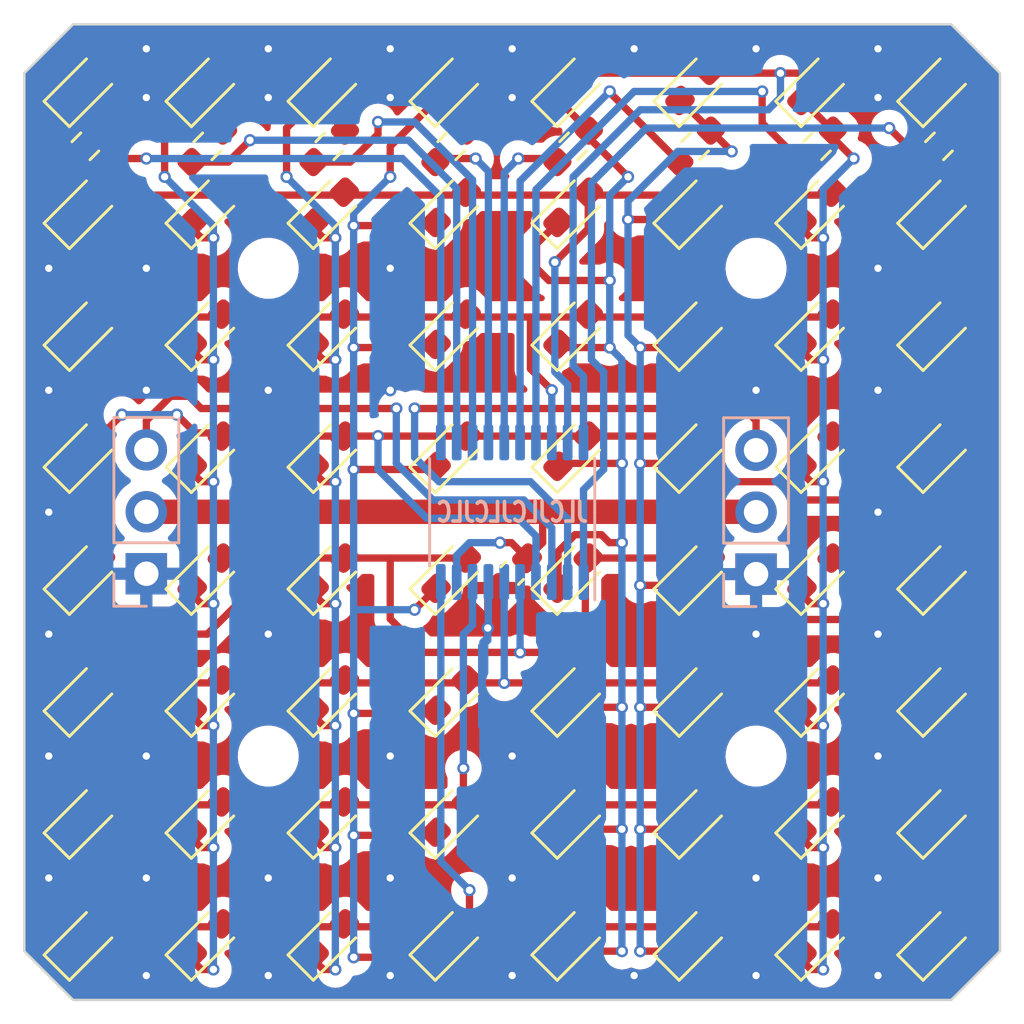
<source format=kicad_pcb>
(kicad_pcb (version 20221018) (generator pcbnew)
  (layers (0 "F.Cu" signal) (31 "B.Cu" signal) (34 "B.Paste" user) (35 "F.Paste" user) (36 "B.SilkS" user "B.Silkscreen") (37 "F.SilkS" user "F.Silkscreen") (38 "B.Mask" user) (39 "F.Mask" user) (44 "Edge.Cuts" user))
  (net 0 "")
  (net 1 "VCC")
  (net 2 "GND")
  (net 3 "/PA0")
  (net 4 "Net-(D1-K)")
  (net 5 "/PA1")
  (net 6 "/PB1")
  (net 7 "/PB0")
  (net 8 "/PA14")
  (net 9 "/PA2")
  (net 10 "/PA15")
  (net 11 "/PA13")
  (net 12 "Net-(D10-K)")
  (net 13 "Net-(D11-K)")
  (net 14 "Net-(D12-K)")
  (net 15 "Net-(D13-K)")
  (net 16 "Net-(D14-K)")
  (net 17 "Net-(D15-K)")
  (net 18 "Net-(D16-K)")
  (net 19 "/PA3")
  (net 20 "/PA4")
  (net 21 "/PA5")
  (net 22 "/PA6")
  (net 23 "/PA7")
  (net 24 "/PA8")
  (net 25 "/PA9")
  (net 26 "/PA10")
  (net 27 "/PA11")
  (net 28 "/PA12")
  (footprint "LED_SMD:LED_0603_1608Metric_Pad1.05x0.95mm_HandSolder" (layer "F.Cu") (at 32.5 22.5 45)
    (fp_text reference "D3" hide)
    (fp_text value "LED")
  )
  (footprint "LED_SMD:LED_0603_1608Metric_Pad1.05x0.95mm_HandSolder" (layer "F.Cu") (at 52.5 57.5 45)
    (fp_text reference "D63" hide)
    (fp_text value "LED")
  )
  (footprint "LED_SMD:LED_0603_1608Metric_Pad1.05x0.95mm_HandSolder" (layer "F.Cu") (at 47.5 27.5 45)
    (fp_text reference "D14" hide)
    (fp_text value "LED")
  )
  (footprint "LED_SMD:LED_0603_1608Metric_Pad1.05x0.95mm_HandSolder" (layer "F.Cu") (at 27.5 42.5 45)
    (fp_text reference "D34" hide)
    (fp_text value "LED")
  )
  (footprint "LED_SMD:LED_0603_1608Metric_Pad1.05x0.95mm_HandSolder" (layer "F.Cu") (at 57.5 32.5 45)
    (fp_text reference "D24" hide)
    (fp_text value "LED")
  )
  (footprint "LED_SMD:LED_0603_1608Metric_Pad1.05x0.95mm_HandSolder" (layer "F.Cu") (at 47.5 22.5 45)
    (fp_text reference "D6" hide)
    (fp_text value "LED")
  )
  (footprint "LED_SMD:LED_0603_1608Metric_Pad1.05x0.95mm_HandSolder" (layer "F.Cu") (at 22.5 32.5 45)
    (fp_text reference "D17" hide)
    (fp_text value "LED")
  )
  (footprint "LED_SMD:LED_0603_1608Metric_Pad1.05x0.95mm_HandSolder" (layer "F.Cu") (at 42.5 27.5 45)
    (fp_text reference "D13" hide)
    (fp_text value "LED")
  )
  (footprint "LED_SMD:LED_0603_1608Metric_Pad1.05x0.95mm_HandSolder" (layer "F.Cu") (at 22.5 22.5 45)
    (fp_text reference "D1" hide)
    (fp_text value "LED")
  )
  (footprint "LED_SMD:LED_0603_1608Metric_Pad1.05x0.95mm_HandSolder" (layer "F.Cu") (at 52.5 22.5 45)
    (fp_text reference "D7" hide)
    (fp_text value "LED")
  )
  (footprint "LED_SMD:LED_0603_1608Metric_Pad1.05x0.95mm_HandSolder" (layer "F.Cu") (at 37.5 47.5 45)
    (fp_text reference "D44" hide)
    (fp_text value "LED")
  )
  (footprint "Resistor_SMD:R_0603_1608Metric_Pad0.98x0.95mm_HandSolder" (layer "F.Cu") (at 37.5 25 45)
    (fp_text reference "R4" hide)
    (fp_text value "1K")
  )
  (footprint "LED_SMD:LED_0603_1608Metric_Pad1.05x0.95mm_HandSolder" (layer "F.Cu") (at 52.5 27.5 45)
    (fp_text reference "D15" hide)
    (fp_text value "LED")
  )
  (footprint "LED_SMD:LED_0603_1608Metric_Pad1.05x0.95mm_HandSolder" (layer "F.Cu") (at 32.5 57.5 45)
    (fp_text reference "D59" hide)
    (fp_text value "LED")
  )
  (footprint "LED_SMD:LED_0603_1608Metric_Pad1.05x0.95mm_HandSolder" (layer "F.Cu") (at 42.5 57.5 45)
    (fp_text reference "D61" hide)
    (fp_text value "LED")
  )
  (footprint "LED_SMD:LED_0603_1608Metric_Pad1.05x0.95mm_HandSolder" (layer "F.Cu") (at 37.5 52.5 45)
    (fp_text reference "D52" hide)
    (fp_text value "LED")
  )
  (footprint "LED_SMD:LED_0603_1608Metric_Pad1.05x0.95mm_HandSolder" (layer "F.Cu") (at 27.5 27.5 45)
    (fp_text reference "D10" hide)
    (fp_text value "LED")
  )
  (footprint "LED_SMD:LED_0603_1608Metric_Pad1.05x0.95mm_HandSolder" (layer "F.Cu") (at 32.5 52.5 45)
    (fp_text reference "D51" hide)
    (fp_text value "LED")
  )
  (footprint "LED_SMD:LED_0603_1608Metric_Pad1.05x0.95mm_HandSolder" (layer "F.Cu") (at 22.5 42.5 45)
    (fp_text reference "D33" hide)
    (fp_text value "LED")
  )
  (footprint "LED_SMD:LED_0603_1608Metric_Pad1.05x0.95mm_HandSolder" (layer "F.Cu") (at 47.5 42.5 45)
    (fp_text reference "D38" hide)
    (fp_text value "LED")
  )
  (footprint "MountingHole:MountingHole_2mm" (layer "F.Cu") (at 30 50)
    (fp_text reference "H3" hide)
    (fp_text value "M2")
  )
  (footprint "LED_SMD:LED_0603_1608Metric_Pad1.05x0.95mm_HandSolder" (layer "F.Cu") (at 37.5 27.5 45)
    (fp_text reference "D12" hide)
    (fp_text value "LED")
  )
  (footprint "LED_SMD:LED_0603_1608Metric_Pad1.05x0.95mm_HandSolder" (layer "F.Cu") (at 57.5 57.5 45)
    (fp_text reference "D64" hide)
    (fp_text value "LED")
  )
  (footprint "LED_SMD:LED_0603_1608Metric_Pad1.05x0.95mm_HandSolder" (layer "F.Cu") (at 42.5 42.5 45)
    (fp_text reference "D37" hide)
    (fp_text value "LED")
  )
  (footprint "LED_SMD:LED_0603_1608Metric_Pad1.05x0.95mm_HandSolder" (layer "F.Cu") (at 47.5 37.5 45)
    (fp_text reference "D30" hide)
    (fp_text value "LED")
  )
  (footprint "MountingHole:MountingHole_2mm" (layer "F.Cu") (at 30 30)
    (fp_text reference "H1" hide)
    (fp_text value "M2")
  )
  (footprint "Resistor_SMD:R_0603_1608Metric_Pad0.98x0.95mm_HandSolder" (layer "F.Cu") (at 57.5 25 45)
    (fp_text reference "R8" hide)
    (fp_text value "1K")
  )
  (footprint "LED_SMD:LED_0603_1608Metric_Pad1.05x0.95mm_HandSolder" (layer "F.Cu") (at 37.5 32.5 45)
    (fp_text reference "D20" hide)
    (fp_text value "LED")
  )
  (footprint "Resistor_SMD:R_0603_1608Metric_Pad0.98x0.95mm_HandSolder" (layer "F.Cu") (at 52.5 25 45)
    (fp_text reference "R7" hide)
    (fp_text value "1K")
  )
  (footprint "LED_SMD:LED_0603_1608Metric_Pad1.05x0.95mm_HandSolder" (layer "F.Cu") (at 32.5 27.5 45)
    (fp_text reference "D11" hide)
    (fp_text value "LED")
  )
  (footprint "LED_SMD:LED_0603_1608Metric_Pad1.05x0.95mm_HandSolder" (layer "F.Cu") (at 22.5 57.5 45)
    (fp_text reference "D57" hide)
    (fp_text value "LED")
  )
  (footprint "LED_SMD:LED_0603_1608Metric_Pad1.05x0.95mm_HandSolder" (layer "F.Cu") (at 47.5 47.5 45)
    (fp_text reference "D46" hide)
    (fp_text value "LED")
  )
  (footprint "LED_SMD:LED_0603_1608Metric_Pad1.05x0.95mm_HandSolder" (layer "F.Cu") (at 27.5 47.5 45)
    (fp_text reference "D42" hide)
    (fp_text value "LED")
  )
  (footprint "Resistor_SMD:R_0603_1608Metric_Pad0.98x0.95mm_HandSolder" (layer "F.Cu") (at 42.5 25 45)
    (fp_text reference "R5" hide)
    (fp_text value "1K")
  )
  (footprint "Resistor_SMD:R_0603_1608Metric_Pad0.98x0.95mm_HandSolder" (layer "F.Cu") (at 22.5 25 45)
    (fp_text reference "R1" hide)
    (fp_text value "1K")
  )
  (footprint "LED_SMD:LED_0603_1608Metric_Pad1.05x0.95mm_HandSolder" (layer "F.Cu") (at 42.5 47.5 45)
    (fp_text reference "D45" hide)
    (fp_text value "LED")
  )
  (footprint "LED_SMD:LED_0603_1608Metric_Pad1.05x0.95mm_HandSolder" (layer "F.Cu") (at 37.5 42.5 45)
    (fp_text reference "D36" hide)
    (fp_text value "LED")
  )
  (footprint "LED_SMD:LED_0603_1608Metric_Pad1.05x0.95mm_HandSolder" (layer "F.Cu") (at 47.5 52.5 45)
    (fp_text reference "D54" hide)
    (fp_text value "LED")
  )
  (footprint "Resistor_SMD:R_0603_1608Metric_Pad0.98x0.95mm_HandSolder" (layer "F.Cu") (at 27.5 25 45)
    (fp_text reference "R2" hide)
    (fp_text value "1K")
  )
  (footprint "LED_SMD:LED_0603_1608Metric_Pad1.05x0.95mm_HandSolder" (layer "F.Cu") (at 47.5 57.5 45)
    (fp_text reference "D62" hide)
    (fp_text value "LED")
  )
  (footprint "LED_SMD:LED_0603_1608Metric_Pad1.05x0.95mm_HandSolder" (layer "F.Cu") (at 42.5 32.5 45)
    (fp_text reference "D21" hide)
    (fp_text value "LED")
  )
  (footprint "LED_SMD:LED_0603_1608Metric_Pad1.05x0.95mm_HandSolder" (layer "F.Cu") (at 57.5 37.5 45)
    (fp_text reference "D32" hide)
    (fp_text value "LED")
  )
  (footprint "MountingHole:MountingHole_2mm" (layer "F.Cu") (at 50 30)
    (fp_text reference "H2" hide)
    (fp_text value "M2")
  )
  (footprint "LED_SMD:LED_0603_1608Metric_Pad1.05x0.95mm_HandSolder" (layer "F.Cu") (at 42.5 52.5 45)
    (fp_text reference "D53" hide)
    (fp_text value "LED")
  )
  (footprint "Capacitor_SMD:C_0603_1608Metric_Pad1.08x0.95mm_HandSolder" (layer "F.Cu") (at 40 42.5 -135)
    (fp_text reference "C1" hide)
    (fp_text value "100nF")
  )
  (footprint "LED_SMD:LED_0603_1608Metric_Pad1.05x0.95mm_HandSolder" (layer "F.Cu") (at 22.5 27.5 45)
    (fp_text reference "D9" hide)
    (fp_text value "LED")
  )
  (footprint "LED_SMD:LED_0603_1608Metric_Pad1.05x0.95mm_HandSolder" (layer "F.Cu") (at 57.5 42.5 45)
    (fp_text reference "D40" hide)
    (fp_text value "LED")
  )
  (footprint "LED_SMD:LED_0603_1608Metric_Pad1.05x0.95mm_HandSolder" (layer "F.Cu") (at 37.5 22.5 45)
    (fp_text reference "D4" hide)
    (fp_text value "LED")
  )
  (footprint "LED_SMD:LED_0603_1608Metric_Pad1.05x0.95mm_HandSolder" (layer "F.Cu") (at 32.5 37.5 45)
    (fp_text reference "D27" hide)
    (fp_text value "LED")
  )
  (footprint "LED_SMD:LED_0603_1608Metric_Pad1.05x0.95mm_HandSolder" (layer "F.Cu") (at 52.5 37.5 45)
    (fp_text reference "D31" hide)
    (fp_text value "LED")
  )
  (footprint "LED_SMD:LED_0603_1608Metric_Pad1.05x0.95mm_HandSolder" (layer "F.Cu") (at 22.5 52.5 45)
    (fp_text reference "D49" hide)
    (fp_text value "LED")
  )
  (footprint "LED_SMD:LED_0603_1608Metric_Pad1.05x0.95mm_HandSolder" (layer "F.Cu") (at 27.5 32.5 45)
    (fp_text reference "D18" hide)
    (fp_text value "LED")
  )
  (footprint "LED_SMD:LED_0603_1608Metric_Pad1.05x0.95mm_HandSolder" (layer "F.Cu") (at 57.5 47.5 45)
    (fp_text reference "D48" hide)
    (fp_text value "LED")
  )
  (footprint "LED_SMD:LED_0603_1608Metric_Pad1.05x0.95mm_HandSolder" (layer "F.Cu") (at 32.5 47.5 45)
    (fp_text reference "D43" hide)
    (fp_text value "LED")
  )
  (footprint "LED_SMD:LED_0603_1608Metric_Pad1.05x0.95mm_HandSolder" (layer "F.Cu") (at 52.5 47.5 45)
    (fp_text reference "D47" hide)
    (fp_text value "LED")
  )
  (footprint "LED_SMD:LED_0603_1608Metric_Pad1.05x0.95mm_HandSolder" (layer "F.Cu") (at 27.5 57.5 45)
    (fp_text reference "D58" hide)
    (fp_text value "LED")
  )
  (footprint "LED_SMD:LED_0603_1608Metric_Pad1.05x0.95mm_HandSolder" (layer "F.Cu") (at 22.5 47.5 45)
    (fp_text reference "D41" hide)
    (fp_text value "LED")
  )
  (footprint "LED_SMD:LED_0603_1608Metric_Pad1.05x0.95mm_HandSolder" (layer "F.Cu") (at 47.5 32.5 45)
    (fp_text reference "D22" hide)
    (fp_text value "LED")
  )
  (footprint "MountingHole:MountingHole_2mm" (layer "F.Cu") (at 50 50)
    (fp_text reference "H4" hide)
    (fp_text value "M2")
  )
  (footprint "LED_SMD:LED_0603_1608Metric_Pad1.05x0.95mm_HandSolder" (layer "F.Cu") (at 37.5 37.5 45)
    (fp_text reference "D28" hide)
    (fp_text value "LED")
  )
  (footprint "LED_SMD:LED_0603_1608Metric_Pad1.05x0.95mm_HandSolder" (layer "F.Cu") (at 27.5 37.5 45)
    (fp_text reference "D26" hide)
    (fp_text value "LED")
  )
  (footprint "LED_SMD:LED_0603_1608Metric_Pad1.05x0.95mm_HandSolder" (layer "F.Cu") (at 52.5 42.5 45)
    (fp_text reference "D39" hide)
    (fp_text value "LED")
  )
  (footprint "LED_SMD:LED_0603_1608Metric_Pad1.05x0.95mm_HandSolder" (layer "F.Cu") (at 42.5 37.5 45)
    (fp_text reference "D29" hide)
    (fp_text value "LED")
  )
  (footprint "LED_SMD:LED_0603_1608Metric_Pad1.05x0.95mm_HandSolder" (layer "F.Cu") (at 27.5 22.5 45)
    (fp_text reference "D2" hide)
    (fp_text value "LED")
  )
  (footprint "LED_SMD:LED_0603_1608Metric_Pad1.05x0.95mm_HandSolder" (layer "F.Cu") (at 42.5 22.5 45)
    (fp_text reference "D5" hide)
    (fp_text value "LED")
  )
  (footprint "LED_SMD:LED_0603_1608Metric_Pad1.05x0.95mm_HandSolder" (layer "F.Cu") (at 22.5 37.5 45)
    (fp_text reference "D25" hide)
    (fp_text value "LED")
  )
  (footprint "LED_SMD:LED_0603_1608Metric_Pad1.05x0.95mm_HandSolder" (layer "F.Cu") (at 32.5 42.5 45)
    (fp_text reference "D35" hide)
    (fp_text value "LED")
  )
  (footprint "LED_SMD:LED_0603_1608Metric_Pad1.05x0.95mm_HandSolder" (layer "F.Cu") (at 32.5 32.5 45)
    (fp_text reference "D19" hide)
    (fp_text value "LED")
  )
  (footprint "LED_SMD:LED_0603_1608Metric_Pad1.05x0.95mm_HandSolder" (layer "F.Cu") (at 57.5 27.5 45)
    (fp_text reference "D16" hide)
    (fp_text value "LED")
  )
  (footprint "LED_SMD:LED_0603_1608Metric_Pad1.05x0.95mm_HandSolder" (layer "F.Cu") (at 52.5 52.5 45)
    (fp_text reference "D55" hide)
    (fp_text value "LED")
  )
  (footprint "LED_SMD:LED_0603_1608Metric_Pad1.05x0.95mm_HandSolder" (layer "F.Cu") (at 57.5 22.5 45)
    (fp_text reference "D8" hide)
    (fp_text value "LED")
  )
  (footprint "LED_SMD:LED_0603_1608Metric_Pad1.05x0.95mm_HandSolder" (layer "F.Cu") (at 57.5 52.5 45)
    (fp_text reference "D56" hide)
    (fp_text value "LED")
  )
  (footprint "LED_SMD:LED_0603_1608Metric_Pad1.05x0.95mm_HandSolder" (layer "F.Cu") (at 27.5 52.5 45)
    (fp_text reference "D50" hide)
    (fp_text value "LED")
  )
  (footprint "Resistor_SMD:R_0603_1608Metric_Pad0.98x0.95mm_HandSolder" (layer "F.Cu") (at 32.5 25 45)
    (fp_text reference "R3" hide)
    (fp_text value "1K")
  )
  (footprint "Resistor_SMD:R_0603_1608Metric_Pad0.98x0.95mm_HandSolder" (layer "F.Cu") (at 47.5 25 45)
    (fp_text reference "R6" hide)
    (fp_text value "1K")
  )
  (footprint "LED_SMD:LED_0603_1608Metric_Pad1.05x0.95mm_HandSolder" (layer "F.Cu") (at 52.5 32.5 45)
    (fp_text reference "D23" hide)
    (fp_text value "LED")
  )
  (footprint "LED_SMD:LED_0603_1608Metric_Pad1.05x0.95mm_HandSolder" (layer "F.Cu") (at 37.5 57.5 45)
    (fp_text reference "D60" hide)
    (fp_text value "LED")
  )
  (footprint "Connector_PinHeader_2.54mm:PinHeader_1x03_P2.54mm_Vertical" (layer "B.Cu") (at 50 42.54)
    (fp_text reference "J2" hide)
    (fp_text value "Conn_01x03")
  )
  (footprint "Connector_PinHeader_2.54mm:PinHeader_1x03_P2.54mm_Vertical" (layer "B.Cu") (at 25 42.525)
    (fp_text reference "J1" hide)
    (fp_text value "Conn_01x03")
  )
  (footprint "Package_SO:TSSOP-20_4.4x6.5mm_P0.65mm" (layer "B.Cu") (at 40 40 90)
    (fp_text reference "U1" hide)
    (fp_text value "MM32G0001A1T")
  )
  (gr_line (start 22 60) (end 20 58) (stroke (width 0.1)) (layer "Edge.Cuts"))
  (gr_line (start 58 20) (end 60 22) (stroke (width 0.1)) (layer "Edge.Cuts"))
  (gr_line (start 60 22) (end 60 58) (stroke (width 0.1)) (layer "Edge.Cuts"))
  (gr_line (start 22 20) (end 58 20) (stroke (width 0.1)) (layer "Edge.Cuts"))
  (gr_line (start 60 58) (end 58 60) (stroke (width 0.1)) (layer "Edge.Cuts"))
  (gr_line (start 20 22) (end 22 20) (stroke (width 0.1)) (layer "Edge.Cuts"))
  (gr_line (start 20 58) (end 20 22) (stroke (width 0.1)) (layer "Edge.Cuts"))
  (gr_line (start 58 60) (end 22 60) (stroke (width 0.1)) (layer "Edge.Cuts"))
  (gr_text "JLCJLCJLCJLC" (at 40 40) (layer "B.SilkS") (effects (font (size 0.8 0.6)) (justify mirror)))
  (segment (start 49.985 39.985) (end 50 40) (width 1) (layer "F.Cu") (net 1))
  (segment (start 40.60988 41.89012) (end 39.96976 41.25) (width 0.3) (layer "F.Cu") (net 1))
  (segment (start 41.25 41.25) (end 40.60988 41.89012) (width 0.3) (layer "F.Cu") (net 1))
  (segment (start 39.96976 41.25) (end 39.5 41.25) (width 0.3) (layer "F.Cu") (net 1))
  (segment (start 41.25 39.985) (end 41.25 41.25) (width 0.3) (layer "F.Cu") (net 1))
  (segment (start 41.25 39.985) (end 25 39.985) (width 1) (layer "F.Cu") (net 1))
  (segment (start 41.25 39.985) (end 49.985 39.985) (width 1) (layer "F.Cu") (net 1))
  (via (at 39.5 41.25) (size 0.5) (drill 0.3) (layers "F.Cu" "B.Cu") (net 1))
  (segment (start 37.725 42.8625) (end 37.725 41.775) (width 0.3) (layer "B.Cu") (net 1))
  (segment (start 37.725 41.775) (end 38.25 41.25) (width 0.3) (layer "B.Cu") (net 1))
  (segment (start 38.25 41.25) (end 39.5 41.25) (width 0.3) (layer "B.Cu") (net 1))
  (segment (start 39 43.5) (end 39 44.75) (width 0.3) (layer "F.Cu") (net 2))
  (segment (start 39.39012 43.10988) (end 39 43.5) (width 0.3) (layer "F.Cu") (net 2))
  (via (at 30 35) (size 0.5) (drill 0.3) (layers "F.Cu" "B.Cu") (net 2))
  (via (at 55 21) (size 0.5) (drill 0.3) (layers "F.Cu" "B.Cu") (net 2))
  (via (at 55 55) (size 0.5) (drill 0.3) (layers "F.Cu" "B.Cu") (net 2))
  (via (at 55 35) (size 0.5) (drill 0.3) (layers "F.Cu" "B.Cu") (net 2))
  (via (at 25 21) (size 0.5) (drill 0.3) (layers "F.Cu" "B.Cu") (net 2))
  (via (at 21 40) (size 0.5) (drill 0.3) (layers "F.Cu" "B.Cu") (net 2))
  (via (at 35 59) (size 0.5) (drill 0.3) (layers "F.Cu" "B.Cu") (net 2))
  (via (at 55 59) (size 0.5) (drill 0.3) (layers "F.Cu" "B.Cu") (net 2))
  (via (at 35 23) (size 0.5) (drill 0.3) (layers "F.Cu" "B.Cu") (net 2))
  (via (at 25 30) (size 0.5) (drill 0.3) (layers "F.Cu" "B.Cu") (net 2))
  (via (at 45 59) (size 0.5) (drill 0.3) (layers "F.Cu" "B.Cu") (net 2))
  (via (at 25 35) (size 0.5) (drill 0.3) (layers "F.Cu" "B.Cu") (net 2))
  (via (at 40 59) (size 0.5) (drill 0.3) (layers "F.Cu" "B.Cu") (net 2))
  (via (at 21 45) (size 0.5) (drill 0.3) (layers "F.Cu" "B.Cu") (net 2))
  (via (at 55 23) (size 0.5) (drill 0.3) (layers "F.Cu" "B.Cu") (net 2))
  (via (at 30 21) (size 0.5) (drill 0.3) (layers "F.Cu" "B.Cu") (net 2))
  (via (at 35 21) (size 0.5) (drill 0.3) (layers "F.Cu" "B.Cu") (net 2))
  (via (at 30 23) (size 0.5) (drill 0.3) (layers "F.Cu" "B.Cu") (net 2))
  (via (at 21 55) (size 0.5) (drill 0.3) (layers "F.Cu" "B.Cu") (net 2))
  (via (at 40 55) (size 0.5) (drill 0.3) (layers "F.Cu" "B.Cu") (net 2))
  (via (at 35 30) (size 0.5) (drill 0.3) (layers "F.Cu" "B.Cu") (net 2))
  (via (at 35 35) (size 0.5) (drill 0.3) (layers "F.Cu" "B.Cu") (net 2))
  (via (at 30 45) (size 0.5) (drill 0.3) (layers "F.Cu" "B.Cu") (net 2))
  (via (at 21 30) (size 0.5) (drill 0.3) (layers "F.Cu" "B.Cu") (net 2))
  (via (at 25 23) (size 0.5) (drill 0.3) (layers "F.Cu" "B.Cu") (net 2))
  (via (at 50 45) (size 0.5) (drill 0.3) (layers "F.Cu" "B.Cu") (net 2))
  (via (at 55 30) (size 0.5) (drill 0.3) (layers "F.Cu" "B.Cu") (net 2))
  (via (at 25 55) (size 0.5) (drill 0.3) (layers "F.Cu" "B.Cu") (net 2))
  (via (at 39 44.75) (size 0.5) (drill 0.3) (layers "F.Cu" "B.Cu") (net 2))
  (via (at 40 50) (size 0.5) (drill 0.3) (layers "F.Cu" "B.Cu") (net 2))
  (via (at 25 50) (size 0.5) (drill 0.3) (layers "F.Cu" "B.Cu") (net 2))
  (via (at 55 50) (size 0.5) (drill 0.3) (layers "F.Cu" "B.Cu") (net 2))
  (via (at 55 40) (size 0.5) (drill 0.3) (layers "F.Cu" "B.Cu") (net 2))
  (via (at 45 21) (size 0.5) (drill 0.3) (layers "F.Cu" "B.Cu") (net 2))
  (via (at 55 45) (size 0.5) (drill 0.3) (layers "F.Cu" "B.Cu") (net 2))
  (via (at 50 55) (size 0.5) (drill 0.3) (layers "F.Cu" "B.Cu") (net 2))
  (via (at 50 59) (size 0.5) (drill 0.3) (layers "F.Cu" "B.Cu") (net 2))
  (via (at 35 55) (size 0.5) (drill 0.3) (layers "F.Cu" "B.Cu") (net 2))
  (via (at 25 59) (size 0.5) (drill 0.3) (layers "F.Cu" "B.Cu") (net 2))
  (via (at 30 55) (size 0.5) (drill 0.3) (layers "F.Cu" "B.Cu") (net 2))
  (via (at 50 21) (size 0.5) (drill 0.3) (layers "F.Cu" "B.Cu") (net 2))
  (via (at 40 21) (size 0.5) (drill 0.3) (layers "F.Cu" "B.Cu") (net 2))
  (via (at 40 23) (size 0.5) (drill 0.3) (layers "F.Cu" "B.Cu") (net 2))
  (via (at 21 50) (size 0.5) (drill 0.3) (layers "F.Cu" "B.Cu") (net 2))
  (via (at 50 35) (size 0.5) (drill 0.3) (layers "F.Cu" "B.Cu") (net 2))
  (via (at 21 35) (size 0.5) (drill 0.3) (layers "F.Cu" "B.Cu") (net 2))
  (via (at 30 59) (size 0.5) (drill 0.3) (layers "F.Cu" "B.Cu") (net 2))
  (via (at 35 50) (size 0.5) (drill 0.3) (layers "F.Cu" "B.Cu") (net 2))
  (segment (start 39.025 44.725) (end 39 44.75) (width 0.3) (layer "B.Cu") (net 2))
  (segment (start 39 45.25) (end 38.75 45.5) (width 0.3) (layer "B.Cu") (net 2))
  (segment (start 38.75 48.75) (end 40 50) (width 0.3) (layer "B.Cu") (net 2))
  (segment (start 39 44.75) (end 39 45.25) (width 0.3) (layer "B.Cu") (net 2))
  (segment (start 39.025 42.8625) (end 39.025 44.725) (width 0.3) (layer "B.Cu") (net 2))
  (segment (start 38.75 45.5) (end 38.75 48.75) (width 0.3) (layer "B.Cu") (net 2))
  (segment (start 38.25 56.75) (end 38.118718 56.881282) (width 0.3) (layer "F.Cu") (net 3))
  (segment (start 38.25 55.5) (end 38.25 56.75) (width 0.3) (layer "F.Cu") (net 3))
  (segment (start 23.237436 57) (end 23.118718 56.881282) (width 0.3) (layer "F.Cu") (net 3))
  (segment (start 58 57) (end 23.237436 57) (width 0.3) (layer "F.Cu") (net 3))
  (segment (start 58.118718 56.881282) (end 58 57) (width 0.3) (layer "F.Cu") (net 3))
  (via (at 38.25 55.5) (size 0.5) (drill 0.3) (layers "F.Cu" "B.Cu") (net 3))
  (segment (start 38.25 55.5) (end 37.075 54.325) (width 0.3) (layer "B.Cu") (net 3))
  (segment (start 37.075 54.325) (end 37.075 42.8625) (width 0.3) (layer "B.Cu") (net 3))
  (segment (start 20.75 24.25) (end 21.881282 23.118718) (width 0.3) (layer "F.Cu") (net 4))
  (segment (start 20.75 26.987436) (end 20.75 24.25) (width 0.3) (layer "F.Cu") (net 4))
  (segment (start 21.881282 28.118718) (end 20.75 26.987436) (width 0.3) (layer "F.Cu") (net 4))
  (segment (start 21.881282 58.118718) (end 21.881282 28.118718) (width 0.3) (layer "F.Cu") (net 4))
  (segment (start 21.909188 23.118718) (end 23.145235 24.354765) (width 0.3) (layer "F.Cu") (net 4))
  (segment (start 38 51.762564) (end 38.118718 51.881282) (width 0.3) (layer "F.Cu") (net 5))
  (segment (start 58.118718 51.881282) (end 58 52) (width 0.3) (layer "F.Cu") (net 5))
  (segment (start 58 52) (end 23.237436 52) (width 0.3) (layer "F.Cu") (net 5))
  (segment (start 23.237436 52) (end 23.118718 51.881282) (width 0.3) (layer "F.Cu") (net 5))
  (segment (start 38 50.5) (end 38 51.762564) (width 0.3) (layer "F.Cu") (net 5))
  (via (at 38 50.5) (size 0.5) (drill 0.3) (layers "F.Cu" "B.Cu") (net 5))
  (segment (start 38.375 44.625) (end 38.375 42.8625) (width 0.3) (layer "B.Cu") (net 5))
  (segment (start 38 45) (end 38.375 44.625) (width 0.3) (layer "B.Cu") (net 5))
  (segment (start 38 50.5) (end 38 45) (width 0.3) (layer "B.Cu") (net 5))
  (segment (start 58 47) (end 58.118718 46.881282) (width 0.3) (layer "F.Cu") (net 6))
  (segment (start 23.118718 46.881282) (end 23.237436 47) (width 0.3) (layer "F.Cu") (net 6))
  (segment (start 23.237436 47) (end 58 47) (width 0.3) (layer "F.Cu") (net 6))
  (via (at 39.675 47) (size 0.5) (drill 0.3) (layers "F.Cu" "B.Cu") (net 6))
  (segment (start 39.675 47) (end 39.675 42.8625) (width 0.3) (layer "B.Cu") (net 6))
  (segment (start 48.118718 41.881282) (end 43.118718 41.881282) (width 0.3) (layer "F.Cu") (net 7))
  (segment (start 35 44.375) (end 36.375 45.75) (width 0.3) (layer "F.Cu") (net 7))
  (segment (start 28.118718 41.881282) (end 29.5 41.881282) (width 0.3) (layer "F.Cu") (net 7))
  (segment (start 23.118718 41.881282) (end 23.118718 43.368718) (width 0.3) (layer "F.Cu") (net 7))
  (segment (start 29 43.5) (end 29 41.881282) (width 0.3) (layer "F.Cu") (net 7))
  (segment (start 57.35 44.4) (end 54.5 44.4) (width 0.3) (layer "F.Cu") (net 7))
  (segment (start 43 44.5) (end 43 42) (width 0.3) (layer "F.Cu") (net 7))
  (segment (start 36.375 45.75) (end 41.75 45.75) (width 0.3) (layer "F.Cu") (net 7))
  (segment (start 53.118718 41.881282) (end 54.5 43.262564) (width 0.3) (layer "F.Cu") (net 7))
  (segment (start 58.118718 41.881282) (end 58.118718 43.631282) (width 0.3) (layer "F.Cu") (net 7))
  (segment (start 49.15 44.4) (end 48.118718 43.368718) (width 0.3) (layer "F.Cu") (net 7))
  (segment (start 29.5 41.881282) (end 35 41.881282) (width 0.3) (layer "F.Cu") (net 7))
  (segment (start 24.75 45) (end 27.5 45) (width 0.3) (layer "F.Cu") (net 7))
  (segment (start 27.5 45) (end 29 43.5) (width 0.3) (layer "F.Cu") (net 7))
  (segment (start 54.5 43.262564) (end 54.5 44.4) (width 0.3) (layer "F.Cu") (net 7))
  (segment (start 35 41.881282) (end 35 44.375) (width 0.3) (layer "F.Cu") (net 7))
  (segment (start 35 41.881282) (end 38.118718 41.881282) (width 0.3) (layer "F.Cu") (net 7))
  (segment (start 43 42) (end 43.118718 41.881282) (width 0.3) (layer "F.Cu") (net 7))
  (segment (start 41.75 45.75) (end 43 44.5) (width 0.3) (layer "F.Cu") (net 7))
  (segment (start 23.118718 43.368718) (end 24.75 45) (width 0.3) (layer "F.Cu") (net 7))
  (segment (start 58.118718 43.631282) (end 57.35 44.4) (width 0.3) (layer "F.Cu") (net 7))
  (segment (start 48.118718 43.368718) (end 48.118718 41.881282) (width 0.3) (layer "F.Cu") (net 7))
  (segment (start 54.5 44.4) (end 49.15 44.4) (width 0.3) (layer "F.Cu") (net 7))
  (via (at 40.325 45.75) (size 0.5) (drill 0.3) (layers "F.Cu" "B.Cu") (net 7))
  (segment (start 40.325 45.75) (end 40.325 42.8625) (width 0.3) (layer "B.Cu") (net 7))
  (segment (start 58.118718 36.881282) (end 55 36.881282) (width 0.3) (layer "F.Cu") (net 8))
  (segment (start 51 38.75) (end 49 38.75) (width 0.3) (layer "F.Cu") (net 8))
  (segment (start 48.118718 36.881282) (end 28.118718 36.881282) (width 0.3) (layer "F.Cu") (net 8))
  (segment (start 51.75 39.5) (end 51 38.75) (width 0.3) (layer "F.Cu") (net 8))
  (segment (start 26.25 36) (end 27 36.75) (width 0.3) (layer "F.Cu") (net 8))
  (segment (start 55 36.881282) (end 55 38) (width 0.3) (layer "F.Cu") (net 8))
  (segment (start 48.118718 37.868718) (end 48.118718 36.881282) (width 0.3) (layer "F.Cu") (net 8))
  (segment (start 55 38) (end 53.5 39.5) (width 0.3) (layer "F.Cu") (net 8))
  (segment (start 24 36) (end 23.118718 36.881282) (width 0.3) (layer "F.Cu") (net 8))
  (segment (start 27 36.75) (end 27.987436 36.75) (width 0.3) (layer "F.Cu") (net 8))
  (segment (start 53.5 39.5) (end 51.75 39.5) (width 0.3) (layer "F.Cu") (net 8))
  (segment (start 55 36.881282) (end 53.118718 36.881282) (width 0.3) (layer "F.Cu") (net 8))
  (segment (start 49 38.75) (end 48.118718 37.868718) (width 0.3) (layer "F.Cu") (net 8))
  (via (at 26.25 36) (size 0.5) (drill 0.3) (layers "F.Cu" "B.Cu") (net 8))
  (via (at 34.5 36.881282) (size 0.5) (drill 0.3) (layers "F.Cu" "B.Cu") (net 8))
  (via (at 24 36) (size 0.5) (drill 0.3) (layers "F.Cu" "B.Cu") (net 8))
  (segment (start 40.25 40.25) (end 40.975 40.975) (width 0.3) (layer "B.Cu") (net 8))
  (segment (start 36.5 40.25) (end 40.25 40.25) (width 0.3) (layer "B.Cu") (net 8))
  (segment (start 34.5 36.881282) (end 34.5 38.25) (width 0.3) (layer "B.Cu") (net 8))
  (segment (start 40.975 40.975) (end 40.975 42.8625) (width 0.3) (layer "B.Cu") (net 8))
  (segment (start 26.25 36) (end 24 36) (width 0.3) (layer "B.Cu") (net 8))
  (segment (start 34.5 38.25) (end 36.5 40.25) (width 0.3) (layer "B.Cu") (net 8))
  (segment (start 23.237436 22) (end 23.118718 21.881282) (width 0.3) (layer "F.Cu") (net 9))
  (segment (start 58 22) (end 58.118718 21.881282) (width 0.3) (layer "F.Cu") (net 9))
  (segment (start 51 22) (end 58 22) (width 0.3) (layer "F.Cu") (net 9))
  (segment (start 51 22) (end 23.237436 22) (width 0.3) (layer "F.Cu") (net 9))
  (via (at 51 22) (size 0.5) (drill 0.3) (layers "F.Cu" "B.Cu") (net 9))
  (segment (start 42.5 34) (end 42.5 26.25) (width 0.3) (layer "B.Cu") (net 9))
  (segment (start 51 23) (end 51 22) (width 0.3) (layer "B.Cu") (net 9))
  (segment (start 42.925 34.425) (end 42.5 34) (width 0.3) (layer "B.Cu") (net 9))
  (segment (start 42.5 26.25) (end 45.25 23.5) (width 0.3) (layer "B.Cu") (net 9))
  (segment (start 45.25 23.5) (end 50.5 23.5) (width 0.3) (layer "B.Cu") (net 9))
  (segment (start 42.925 37.1375) (end 42.925 34.425) (width 0.3) (layer "B.Cu") (net 9))
  (segment (start 50.5 23.5) (end 51 23) (width 0.3) (layer "B.Cu") (net 9))
  (segment (start 23.237436 27) (end 58 27) (width 0.3) (layer "F.Cu") (net 10))
  (segment (start 43.118718 28.381282) (end 41.75 29.75) (width 0.3) (layer "F.Cu") (net 10))
  (segment (start 58 27) (end 58.118718 26.881282) (width 0.3) (layer "F.Cu") (net 10))
  (segment (start 43.118718 26.881282) (end 43.118718 28.381282) (width 0.3) (layer "F.Cu") (net 10))
  (segment (start 23.118718 26.881282) (end 23.237436 27) (width 0.3) (layer "F.Cu") (net 10))
  (via (at 41.75 29.75) (size 0.5) (drill 0.3) (layers "F.Cu" "B.Cu") (net 10))
  (segment (start 42.275 37.1375) (end 42.275 34.775) (width 0.3) (layer "B.Cu") (net 10))
  (segment (start 42.275 34.775) (end 41.75 34.25) (width 0.3) (layer "B.Cu") (net 10))
  (segment (start 41.75 34.25) (end 41.75 29.75) (width 0.3) (layer "B.Cu") (net 10))
  (segment (start 42.925 32.075) (end 43.118718 31.881282) (width 0.3) (layer "F.Cu") (net 11))
  (segment (start 41.625 35) (end 40.75 34.125) (width 0.3) (layer "F.Cu") (net 11))
  (segment (start 40.75 34.125) (end 40.75 32) (width 0.3) (layer "F.Cu") (net 11))
  (segment (start 23.237436 32) (end 23.118718 31.881282) (width 0.3) (layer "F.Cu") (net 11))
  (segment (start 40.75 32) (end 23.237436 32) (width 0.3) (layer "F.Cu") (net 11))
  (segment (start 58.118718 31.881282) (end 58 32) (width 0.3) (layer "F.Cu") (net 11))
  (segment (start 58 32) (end 40.75 32) (width 0.3) (layer "F.Cu") (net 11))
  (via (at 41.625 35) (size 0.5) (drill 0.3) (layers "F.Cu" "B.Cu") (net 11))
  (segment (start 41.625 35) (end 41.625 37.1375) (width 0.3) (layer "B.Cu") (net 11))
  (segment (start 27.25 33.75) (end 26.881282 33.381282) (width 0.3) (layer "F.Cu") (net 12))
  (segment (start 26.881282 23.118718) (end 26.909188 23.118718) (width 0.3) (layer "F.Cu") (net 12))
  (segment (start 27.75 43.75) (end 27.25 43.75) (width 0.3) (layer "F.Cu") (net 12))
  (segment (start 27.75 28.75) (end 27.25 28.75) (width 0.3) (layer "F.Cu") (net 12))
  (segment (start 27.25 38.75) (end 26.881282 38.381282) (width 0.3) (layer "F.Cu") (net 12))
  (segment (start 27.256282 58.75) (end 26.881282 58.375) (width 0.3) (layer "F.Cu") (net 12))
  (segment (start 26.881282 33.381282) (end 26.881282 33.118718) (width 0.3) (layer "F.Cu") (net 12))
  (segment (start 27.75 53.75) (end 27.25 53.75) (width 0.3) (layer "F.Cu") (net 12))
  (segment (start 27.75 48.75) (end 27.25 48.75) (width 0.3) (layer "F.Cu") (net 12))
  (segment (start 27.75 33.75) (end 27.25 33.75) (width 0.3) (layer "F.Cu") (net 12))
  (segment (start 26.881282 43.381282) (end 26.881282 43.118718) (width 0.3) (layer "F.Cu") (net 12))
  (segment (start 27.75 58.75) (end 27.256282 58.75) (width 0.3) (layer "F.Cu") (net 12))
  (segment (start 26.881282 38.381282) (end 26.881282 38.118718) (width 0.3) (layer "F.Cu") (net 12))
  (segment (start 27.25 43.75) (end 26.881282 43.381282) (width 0.3) (layer "F.Cu") (net 12))
  (segment (start 27.25 53.75) (end 26.881282 53.381282) (width 0.3) (layer "F.Cu") (net 12))
  (segment (start 27.75 38.75) (end 27.25 38.75) (width 0.3) (layer "F.Cu") (net 12))
  (segment (start 26.881282 48.381282) (end 26.881282 48.118718) (width 0.3) (layer "F.Cu") (net 12))
  (segment (start 26.909188 23.118718) (end 28.145235 24.354765) (width 0.3) (layer "F.Cu") (net 12))
  (segment (start 26.881282 53.381282) (end 26.881282 53.118718) (width 0.3) (layer "F.Cu") (net 12))
  (segment (start 26.881282 58.375) (end 26.881282 58.118718) (width 0.3) (layer "F.Cu") (net 12))
  (segment (start 25.75 26.25) (end 25.75 24.25) (width 0.3) (layer "F.Cu") (net 12))
  (segment (start 25.75 24.25) (end 26.881282 23.118718) (width 0.3) (layer "F.Cu") (net 12))
  (segment (start 26.881282 28.381282) (end 26.881282 28.118718) (width 0.3) (layer "F.Cu") (net 12))
  (segment (start 27.25 48.75) (end 26.881282 48.381282) (width 0.3) (layer "F.Cu") (net 12))
  (segment (start 27.25 28.75) (end 26.881282 28.381282) (width 0.3) (layer "F.Cu") (net 12))
  (via (at 27.75 58.75) (size 0.5) (drill 0.3) (layers "F.Cu" "B.Cu") (net 12))
  (via (at 27.75 28.75) (size 0.5) (drill 0.3) (layers "F.Cu" "B.Cu") (net 12))
  (via (at 27.75 53.75) (size 0.5) (drill 0.3) (layers "F.Cu" "B.Cu") (net 12))
  (via (at 27.75 43.75) (size 0.5) (drill 0.3) (layers "F.Cu" "B.Cu") (net 12))
  (via (at 27.75 48.75) (size 0.5) (drill 0.3) (layers "F.Cu" "B.Cu") (net 12))
  (via (at 27.75 33.75) (size 0.5) (drill 0.3) (layers "F.Cu" "B.Cu") (net 12))
  (via (at 27.75 38.75) (size 0.5) (drill 0.3) (layers "F.Cu" "B.Cu") (net 12))
  (via (at 25.75 26.25) (size 0.5) (drill 0.3) (layers "F.Cu" "B.Cu") (net 12))
  (segment (start 27.75 28.25) (end 25.75 26.25) (width 0.3) (layer "B.Cu") (net 12))
  (segment (start 27.75 33.75) (end 27.75 28.75) (width 0.3) (layer "B.Cu") (net 12))
  (segment (start 27.75 58.75) (end 27.75 53.75) (width 0.3) (layer "B.Cu") (net 12))
  (segment (start 27.75 38.75) (end 27.75 33.75) (width 0.3) (layer "B.Cu") (net 12))
  (segment (start 27.75 48.75) (end 27.75 43.75) (width 0.3) (layer "B.Cu") (net 12))
  (segment (start 27.75 28.75) (end 27.75 28.25) (width 0.3) (layer "B.Cu") (net 12))
  (segment (start 27.75 43.75) (end 27.75 38.75) (width 0.3) (layer "B.Cu") (net 12))
  (segment (start 27.75 53.75) (end 27.75 48.75) (width 0.3) (layer "B.Cu") (net 12))
  (segment (start 31.881282 58.118718) (end 31.881282 58.375) (width 0.3) (layer "F.Cu") (net 13))
  (segment (start 31.881282 28.381282) (end 31.881282 28.118718) (width 0.3) (layer "F.Cu") (net 13))
  (segment (start 31.881282 23.118718) (end 31.909188 23.118718) (width 0.3) (layer "F.Cu") (net 13))
  (segment (start 31.881282 53.381282) (end 31.881282 53.118718) (width 0.3) (layer "F.Cu") (net 13))
  (segment (start 32.75 53.75) (end 32.25 53.75) (width 0.3) (layer "F.Cu") (net 13))
  (segment (start 32.75 28.75) (end 32.25 28.75) (width 0.3) (layer "F.Cu") (net 13))
  (segment (start 31.909188 23.118718) (end 33.145235 24.354765) (width 0.3) (layer "F.Cu") (net 13))
  (segment (start 32.25 28.75) (end 31.881282 28.381282) (width 0.3) (layer "F.Cu") (net 13))
  (segment (start 32.25 33.75) (end 31.881282 33.381282) (width 0.3) (layer "F.Cu") (net 13))
  (segment (start 31.881282 33.381282) (end 31.881282 33.118718) (width 0.3) (layer "F.Cu") (net 13))
  (segment (start 32.25 53.75) (end 31.881282 53.381282) (width 0.3) (layer "F.Cu") (net 13))
  (segment (start 30.75 26.25) (end 30.75 24.25) (width 0.3) (layer "F.Cu") (net 13))
  (segment (start 31.881282 38.381282) (end 31.881282 38.118718) (width 0.3) (layer "F.Cu") (net 13))
  (segment (start 32.25 38.75) (end 31.881282 38.381282) (width 0.3) (layer "F.Cu") (net 13))
  (segment (start 32.75 43.75) (end 32.25 43.75) (width 0.3) (layer "F.Cu") (net 13))
  (segment (start 32.75 33.75) (end 32.25 33.75) (width 0.3) (layer "F.Cu") (net 13))
  (segment (start 31.881282 58.375) (end 32.256282 58.75) (width 0.3) (layer "F.Cu") (net 13))
  (segment (start 31.881282 43.381282) (end 31.881282 43.118718) (width 0.3) (layer "F.Cu") (net 13))
  (segment (start 30.75 24.25) (end 31.881282 23.118718) (width 0.3) (layer "F.Cu") (net 13))
  (segment (start 32.256282 58.75) (end 32.75 58.75) (width 0.3) (layer "F.Cu") (net 13))
  (segment (start 31.881282 48.381282) (end 31.881282 48.118718) (width 0.3) (layer "F.Cu") (net 13))
  (segment (start 32.75 38.75) (end 32.25 38.75) (width 0.3) (layer "F.Cu") (net 13))
  (segment (start 32.25 48.75) (end 31.881282 48.381282) (width 0.3) (layer "F.Cu") (net 13))
  (segment (start 32.75 48.75) (end 32.25 48.75) (width 0.3) (layer "F.Cu") (net 13))
  (segment (start 32.25 43.75) (end 31.881282 43.381282) (width 0.3) (layer "F.Cu") (net 13))
  (via (at 32.75 28.75) (size 0.5) (drill 0.3) (layers "F.Cu" "B.Cu") (net 13))
  (via (at 32.75 43.75) (size 0.5) (drill 0.3) (layers "F.Cu" "B.Cu") (net 13))
  (via (at 32.75 33.75) (size 0.5) (drill 0.3) (layers "F.Cu" "B.Cu") (net 13))
  (via (at 32.75 53.75) (size 0.5) (drill 0.3) (layers "F.Cu" "B.Cu") (net 13))
  (via (at 32.75 58.75) (size 0.5) (drill 0.3) (layers "F.Cu" "B.Cu") (net 13))
  (via (at 32.75 38.75) (size 0.5) (drill 0.3) (layers "F.Cu" "B.Cu") (net 13))
  (via (at 32.75 48.75) (size 0.5) (drill 0.3) (layers "F.Cu" "B.Cu") (net 13))
  (via (at 30.75 26.25) (size 0.5) (drill 0.3) (layers "F.Cu" "B.Cu") (net 13))
  (segment (start 32.75 53.75) (end 32.75 48.75) (width 0.3) (layer "B.Cu") (net 13))
  (segment (start 32.75 28.75) (end 32.75 28.25) (width 0.3) (layer "B.Cu") (net 13))
  (segment (start 32.75 28.25) (end 30.75 26.25) (width 0.3) (layer "B.Cu") (net 13))
  (segment (start 32.75 38.75) (end 32.75 33.75) (width 0.3) (layer "B.Cu") (net 13))
  (segment (start 32.75 43.75) (end 32.75 38.75) (width 0.3) (layer "B.Cu") (net 13))
  (segment (start 32.75 33.75) (end 32.75 28.75) (width 0.3) (layer "B.Cu") (net 13))
  (segment (start 32.75 58.75) (end 32.75 53.75) (width 0.3) (layer "B.Cu") (net 13))
  (segment (start 32.75 48.75) (end 32.75 43.75) (width 0.3) (layer "B.Cu") (net 13))
  (segment (start 36.75 58.25) (end 33.5 58.25) (width 0.3) (layer "F.Cu") (net 14))
  (segment (start 35 25) (end 35 26.25) (width 0.3) (layer "F.Cu") (net 14))
  (segment (start 36.75 48.25) (end 33.5 48.25) (width 0.3) (layer "F.Cu") (net 14))
  (segment (start 36.881282 48.118718) (end 36.75 48.25) (width 0.3) (layer "F.Cu") (net 14))
  (segment (start 36.75 38.25) (end 33.5 38.25) (width 0.3) (layer "F.Cu") (net 14))
  (segment (start 36.881282 33.118718) (end 36.75 33.25) (width 0.3) (layer "F.Cu") (net 14))
  (segment (start 36.881282 43.118718) (end 36 44) (width 0.3) (layer "F.Cu") (net 14))
  (segment (start 36.75 53.25) (end 33.5 53.25) (width 0.3) (layer "F.Cu") (net 14))
  (segment (start 36.881282 38.118718) (end 36.75 38.25) (width 0.3) (layer "F.Cu") (net 14))
  (segment (start 36.881282 58.118718) (end 36.75 58.25) (width 0.3) (layer "F.Cu") (net 14))
  (segment (start 36.881282 53.118718) (end 36.75 53.25) (width 0.3) (layer "F.Cu") (net 14))
  (segment (start 36.881282 23.118718) (end 36.909188 23.118718) (width 0.3) (layer "F.Cu") (net 14))
  (segment (start 36.909188 23.118718) (end 38.145235 24.354765) (width 0.3) (layer "F.Cu") (net 14))
  (segment (start 36.881282 28.118718) (end 36.75 28.25) (width 0.3) (layer "F.Cu") (net 14))
  (segment (start 36.75 33.25) (end 33.5 33.25) (width 0.3) (layer "F.Cu") (net 14))
  (segment (start 36.75 28.25) (end 33.5 28.25) (width 0.3) (layer "F.Cu") (net 14))
  (segment (start 36.881282 23.118718) (end 35 25) (width 0.3) (layer "F.Cu") (net 14))
  (via (at 33.5 33.25) (size 0.5) (drill 0.3) (layers "F.Cu" "B.Cu") (net 14))
  (via (at 33.5 38.25) (size 0.5) (drill 0.3) (layers "F.Cu" "B.Cu") (net 14))
  (via (at 33.5 53.25) (size 0.5) (drill 0.3) (layers "F.Cu" "B.Cu") (net 14))
  (via (at 33.5 58.25) (size 0.5) (drill 0.3) (layers "F.Cu" "B.Cu") (net 14))
  (via (at 33.5 48.25) (size 0.5) (drill 0.3) (layers "F.Cu" "B.Cu") (net 14))
  (via (at 35 26.25) (size 0.5) (drill 0.3) (layers "F.Cu" "B.Cu") (net 14))
  (via (at 36 44) (size 0.5) (drill 0.3) (layers "F.Cu" "B.Cu") (net 14))
  (via (at 33.5 28.25) (size 0.5) (drill 0.3) (layers "F.Cu" "B.Cu") (net 14))
  (segment (start 33.5 27.75) (end 33.5 44) (width 0.3) (layer "B.Cu") (net 14))
  (segment (start 33.5 48.25) (end 33.5 53.25) (width 0.3) (layer "B.Cu") (net 14))
  (segment (start 33.5 44) (end 33.5 48.25) (width 0.3) (layer "B.Cu") (net 14))
  (segment (start 35 26.25) (end 33.5 27.75) (width 0.3) (layer "B.Cu") (net 14))
  (segment (start 36 44) (end 33.5 44) (width 0.3) (layer "B.Cu") (net 14))
  (segment (start 33.5 53.25) (end 33.5 58.25) (width 0.3) (layer "B.Cu") (net 14))
  (segment (start 42 48) (end 44.5 48) (width 0.3) (layer "F.Cu") (net 15))
  (segment (start 41.881282 48.118718) (end 42 48) (width 0.3) (layer "F.Cu") (net 15))
  (segment (start 42.012564 33.25) (end 41.881282 33.118718) (width 0.3) (layer "F.Cu") (net 15))
  (segment (start 41 29) (end 41 30) (width 0.3) (layer "F.Cu") (net 15))
  (segment (start 41.881282 38.118718) (end 42 38) (width 0.3) (layer "F.Cu") (net 15))
  (segment (start 42 38) (end 44.5 38) (width 0.3) (layer "F.Cu") (net 15))
  (segment (start 43.145235 24.645235) (end 44.75 26.25) (width 0.3) (layer "F.Cu") (net 15))
  (segment (start 41.881282 23.118718) (end 41.909188 23.118718) (width 0.3) (layer "F.Cu") (net 15))
  (segment (start 43.659988 40.922552) (end 43.987436 41.25) (width 0.3) (layer "F.Cu") (net 15))
  (segment (start 42 53) (end 44.5 53) (width 0.3) (layer "F.Cu") (net 15))
  (segment (start 41.881282 43.118718) (end 41.881282 41.618718) (width 0.3) (layer "F.Cu") (net 15))
  (segment (start 41 30) (end 41.5 30.5) (width 0.3) (layer "F.Cu") (net 15))
  (segment (start 42.577448 40.922552) (end 43.659988 40.922552) (width 0.3) (layer "F.Cu") (net 15))
  (segment (start 41.909188 23.118718) (end 43.145235 24.354765) (width 0.3) (layer "F.Cu") (net 15))
  (segment (start 44 33.25) (end 42.012564 33.25) (width 0.3) (layer "F.Cu") (net 15))
  (segment (start 43.145235 24.354765) (end 43.145235 24.645235) (width 0.3) (layer "F.Cu") (net 15))
  (segment (start 41.881282 41.618718) (end 42.577448 40.922552) (width 0.3) (layer "F.Cu") (net 15))
  (segment (start 41.5 30.5) (end 44 30.5) (width 0.3) (layer "F.Cu") (net 15))
  (segment (start 41.881282 28.118718) (end 41 29) (width 0.3) (layer "F.Cu") (net 15))
  (segment (start 41.881282 53.118718) (end 42 53) (width 0.3) (layer "F.Cu") (net 15))
  (segment (start 42 58) (end 44.5 58) (width 0.3) (layer "F.Cu") (net 15))
  (segment (start 43.987436 41.25) (end 44.5 41.25) (width 0.3) (layer "F.Cu") (net 15))
  (segment (start 41.881282 58.118718) (end 42 58) (width 0.3) (layer "F.Cu") (net 15))
  (via (at 44.75 26.25) (size 0.5) (drill 0.3) (layers "F.Cu" "B.Cu") (net 15))
  (via (at 44.5 38) (size 0.5) (drill 0.3) (layers "F.Cu" "B.Cu") (net 15))
  (via (at 44.5 53) (size 0.5) (drill 0.3) (layers "F.Cu" "B.Cu") (net 15))
  (via (at 44 33.25) (size 0.5) (drill 0.3) (layers "F.Cu" "B.Cu") (net 15))
  (via (at 44 30.5) (size 0.5) (drill 0.3) (layers "F.Cu" "B.Cu") (net 15))
  (via (at 44.5 48) (size 0.5) (drill 0.3) (layers "F.Cu" "B.Cu") (net 15))
  (via (at 44.5 41.25) (size 0.5) (drill 0.3) (layers "F.Cu" "B.Cu") (net 15))
  (via (at 44.5 58) (size 0.5) (drill 0.3) (layers "F.Cu" "B.Cu") (net 15))
  (segment (start 44 33.25) (end 44.5 33.75) (width 0.3) (layer "B.Cu") (net 15))
  (segment (start 44.75 26.25) (end 44 27) (width 0.3) (layer "B.Cu") (net 15))
  (segment (start 44 27) (end 44 33.25) (width 0.3) (layer "B.Cu") (net 15))
  (segment (start 44.5 41.25) (end 44.5 58) (width 0.3) (layer "B.Cu") (net 15))
  (segment (start 44.5 33.75) (end 44.5 41.25) (width 0.3) (layer "B.Cu") (net 15))
  (segment (start 49 25.20953) (end 48.145235 24.354765) (width 0.3) (layer "F.Cu") (net 16))
  (segment (start 45.25 58) (end 46.762564 58) (width 0.3) (layer "F.Cu") (net 16))
  (segment (start 46.762564 43) (end 46.881282 43.118718) (width 0.3) (layer "F.Cu") (net 16))
  (segment (start 46.881282 23.118718) (end 46.909188 23.118718) (width 0.3) (layer "F.Cu") (net 16))
  (segment (start 46.762564 48) (end 46.881282 48.118718) (width 0.3) (layer "F.Cu") (net 16))
  (segment (start 46.762564 53) (end 46.881282 53.118718) (width 0.3) (layer "F.Cu") (net 16))
  (segment (start 45.25 43) (end 46.762564 43) (width 0.3) (layer "F.Cu") (net 16))
  (segment (start 45.25 33.25) (end 46.75 33.25) (width 0.3) (layer "F.Cu") (net 16))
  (segment (start 44.75 28) (end 46.762564 28) (width 0.3) (layer "F.Cu") (net 16))
  (segment (start 46.762564 38) (end 46.881282 38.118718) (width 0.3) (layer "F.Cu") (net 16))
  (segment (start 46.75 33.25) (end 46.881282 33.118718) (width 0.3) (layer "F.Cu") (net 16))
  (segment (start 46.762564 28) (end 46.881282 28.118718) (width 0.3) (layer "F.Cu") (net 16))
  (segment (start 45.25 53) (end 46.762564 53) (width 0.3) (layer "F.Cu") (net 16))
  (segment (start 46.762564 58) (end 46.881282 58.118718) (width 0.3) (layer "F.Cu") (net 16))
  (segment (start 45.25 48) (end 46.762564 48) (width 0.3) (layer "F.Cu") (net 16))
  (segment (start 45.25 38) (end 46.762564 38) (width 0.3) (layer "F.Cu") (net 16))
  (segment (start 46.909188 23.118718) (end 48.145235 24.354765) (width 0.3) (layer "F.Cu") (net 16))
  (via (at 45.25 43) (size 0.5) (drill 0.3) (layers "F.Cu" "B.Cu") (net 16))
  (via (at 45.25 53) (size 0.5) (drill 0.3) (layers "F.Cu" "B.Cu") (net 16))
  (via (at 45.25 48) (size 0.5) (drill 0.3) (layers "F.Cu" "B.Cu") (net 16))
  (via (at 45.25 38) (size 0.5) (drill 0.3) (layers "F.Cu" "B.Cu") (net 16))
  (via (at 44.75 28) (size 0.5) (drill 0.3) (layers "F.Cu" "B.Cu") (net 16))
  (via (at 45.25 33.25) (size 0.5) (drill 0.3) (layers "F.Cu" "B.Cu") (net 16))
  (via (at 45.25 58) (size 0.5) (drill 0.3) (layers "F.Cu" "B.Cu") (net 16))
  (via (at 49 25.20953) (size 0.5) (drill 0.3) (layers "F.Cu" "B.Cu") (net 16))
  (segment (start 45.25 48) (end 45.25 43) (width 0.3) (layer "B.Cu") (net 16))
  (segment (start 45.25 53) (end 45.25 48) (width 0.3) (layer "B.Cu") (net 16))
  (segment (start 45.25 33.25) (end 44.75 32.75) (width 0.3) (layer "B.Cu") (net 16))
  (segment (start 45.25 58) (end 45.25 53) (width 0.3) (layer "B.Cu") (net 16))
  (segment (start 46.79047 25.20953) (end 49 25.20953) (width 0.3) (layer "B.Cu") (net 16))
  (segment (start 45.25 43) (end 45.25 38) (width 0.3) (layer "B.Cu") (net 16))
  (segment (start 44.75 27.25) (end 46.79047 25.20953) (width 0.3) (layer "B.Cu") (net 16))
  (segment (start 45.25 33.25) (end 45.25 38) (width 0.3) (layer "B.Cu") (net 16))
  (segment (start 44.75 32.75) (end 44.75 28) (width 0.3) (layer "B.Cu") (net 16))
  (segment (start 44.75 28) (end 44.75 27.25) (width 0.3) (layer "B.Cu") (net 16))
  (segment (start 52.75 38.75) (end 52.25 38.75) (width 0.3) (layer "F.Cu") (net 17))
  (segment (start 51.881282 23.118718) (end 51.909188 23.118718) (width 0.3) (layer "F.Cu") (net 17))
  (segment (start 52.75 53.75) (end 52.25 53.75) (width 0.3) (layer "F.Cu") (net 17))
  (segment (start 53.145235 24.645235) (end 54 25.5) (width 0.3) (layer "F.Cu") (net 17))
  (segment (start 52.75 33.75) (end 52.25 33.75) (width 0.3) (layer "F.Cu") (net 17))
  (segment (start 52.75 43.75) (end 52.25 43.75) (width 0.3) (layer "F.Cu") (net 17))
  (segment (start 52.25 58.75) (end 51.881282 58.381282) (width 0.3) (layer "F.Cu") (net 17))
  (segment (start 52.25 53.75) (end 51.881282 53.381282) (width 0.3) (layer "F.Cu") (net 17))
  (segment (start 52.75 28.75) (end 52.25 28.75) (width 0.3) (layer "F.Cu") (net 17))
  (segment (start 52.75 58.75) (end 52.25 58.75) (width 0.3) (layer "F.Cu") (net 17))
  (segment (start 51.881282 43.381282) (end 51.881282 43.118718) (width 0.3) (layer "F.Cu") (net 17))
  (segment (start 51.881282 48.381282) (end 51.881282 48.118718) (width 0.3) (layer "F.Cu") (net 17))
  (segment (start 51.881282 38.381282) (end 51.881282 38.118718) (width 0.3) (layer "F.Cu") (net 17))
  (segment (start 52.25 28.75) (end 51.881282 28.381282) (width 0.3) (layer "F.Cu") (net 17))
  (segment (start 52.25 48.75) (end 51.881282 48.381282) (width 0.3) (layer "F.Cu") (net 17))
  (segment (start 51.881282 53.381282) (end 51.881282 53.118718) (width 0.3) (layer "F.Cu") (net 17))
  (segment (start 51.881282 33.381282) (end 51.881282 33.118718) (width 0.3) (layer "F.Cu") (net 17))
  (segment (start 52.25 43.75) (end 51.881282 43.381282) (width 0.3) (layer "F.Cu") (net 17))
  (segment (start 51.881282 28.381282) (end 51.881282 28.118718) (width 0.3) (layer "F.Cu") (net 17))
  (segment (start 52.75 48.75) (end 52.25 48.75) (width 0.3) (layer "F.Cu") (net 17))
  (segment (start 52.25 33.75) (end 51.881282 33.381282) (width 0.3) (layer "F.Cu") (net 17))
  (segment (start 51.909188 23.118718) (end 53.145235 24.354765) (width 0.3) (layer "F.Cu") (net 17))
  (segment (start 51.881282 58.381282) (end 51.881282 58.118718) (width 0.3) (layer "F.Cu") (net 17))
  (segment (start 52.25 38.75) (end 51.881282 38.381282) (width 0.3) (layer "F.Cu") (net 17))
  (segment (start 53.145235 24.354765) (end 53.145235 24.645235) (width 0.3) (layer "F.Cu") (net 17))
  (via (at 52.75 33.75) (size 0.5) (drill 0.3) (layers "F.Cu" "B.Cu") (net 17))
  (via (at 52.75 48.75) (size 0.5) (drill 0.3) (layers "F.Cu" "B.Cu") (net 17))
  (via (at 54 25.5) (size 0.5) (drill 0.3) (layers "F.Cu" "B.Cu") (net 17))
  (via (at 52.75 58.75) (size 0.5) (drill 0.3) (layers "F.Cu" "B.Cu") (net 17))
  (via (at 52.75 38.75) (size 0.5) (drill 0.3) (layers "F.Cu" "B.Cu") (net 17))
  (via (at 52.75 53.75) (size 0.5) (drill 0.3) (layers "F.Cu" "B.Cu") (net 17))
  (via (at 52.75 43.75) (size 0.5) (drill 0.3) (layers "F.Cu" "B.Cu") (net 17))
  (via (at 52.75 28.75) (size 0.5) (drill 0.3) (layers "F.Cu" "B.Cu") (net 17))
  (segment (start 52.75 48.75) (end 52.75 43.75) (width 0.3) (layer "B.Cu") (net 17))
  (segment (start 52.75 26.75) (end 54 25.5) (width 0.3) (layer "B.Cu") (net 17))
  (segment (start 52.75 43.75) (end 52.75 38.75) (width 0.3) (layer "B.Cu") (net 17))
  (segment (start 52.75 38.75) (end 52.75 33.75) (width 0.3) (layer "B.Cu") (net 17))
  (segment (start 52.75 28.75) (end 52.75 26.75) (width 0.3) (layer "B.Cu") (net 17))
  (segment (start 52.75 53.75) (end 52.75 48.75) (width 0.3) (layer "B.Cu") (net 17))
  (segment (start 52.75 33.75) (end 52.75 28.75) (width 0.3) (layer "B.Cu") (net 17))
  (segment (start 52.75 58.75) (end 52.75 53.75) (width 0.3) (layer "B.Cu") (net 17))
  (segment (start 59.25 43.25) (end 59.25 48.25) (width 0.3) (layer "F.Cu") (net 18))
  (segment (start 59.25 33.25) (end 59.25 38.25) (width 0.3) (layer "F.Cu") (net 18))
  (segment (start 57.012564 58.25) (end 56.881282 58.118718) (width 0.3) (layer "F.Cu") (net 18))
  (segment (start 57.012564 53.25) (end 59.25 53.25) (width 0.3) (layer "F.Cu") (net 18))
  (segment (start 56.881282 41.368718) (end 57.5 40.75) (width 0.3) (layer "F.Cu") (net 18))
  (segment (start 57.5 40.75) (end 59.25 40.75) (width 0.3) (layer "F.Cu") (net 18))
  (segment (start 58.145235 24.354765) (end 59.25 25.45953) (width 0.3) (layer "F.Cu") (net 18))
  (segment (start 57.012564 48.25) (end 59.25 48.25) (width 0.3) (layer "F.Cu") (net 18))
  (segment (start 57.012564 33.25) (end 59.25 33.25) (width 0.3) (layer "F.Cu") (net 18))
  (segment (start 59.25 57.5) (end 58.5 58.25) (width 0.3) (layer "F.Cu") (net 18))
  (segment (start 56.881282 33.118718) (end 57.012564 33.25) (width 0.3) (layer "F.Cu") (net 18))
  (segment (start 56.881282 28.118718) (end 57.012564 28.25) (width 0.3) (layer "F.Cu") (net 18))
  (segment (start 58.5 58.25) (end 57.012564 58.25) (width 0.3) (layer "F.Cu") (net 18))
  (segment (start 59.25 48.25) (end 59.25 53.25) (width 0.3) (layer "F.Cu") (net 18))
  (segment (start 56.881282 48.118718) (end 57.012564 48.25) (width 0.3) (layer "F.Cu") (net 18))
  (segment (start 56.881282 43.118718) (end 56.881282 41.368718) (width 0.3) (layer "F.Cu") (net 18))
  (segment (start 59.25 38.25) (end 59.25 40.75) (width 0.3) (layer "F.Cu") (net 18))
  (segment (start 59.25 40.75) (end 59.25 43.25) (width 0.3) (layer "F.Cu") (net 18))
  (segment (start 56.881282 53.118718) (end 57.012564 53.25) (width 0.3) (layer "F.Cu") (net 18))
  (segment (start 56.881282 38.118718) (end 57.012564 38.25) (width 0.3) (layer "F.Cu") (net 18))
  (segment (start 56.909188 23.118718) (end 58.145235 24.354765) (width 0.3) (layer "F.Cu") (net 18))
  (segment (start 59.25 53.25) (end 59.25 57.5) (width 0.3) (layer "F.Cu") (net 18))
  (segment (start 57.012564 38.25) (end 59.25 38.25) (width 0.3) (layer "F.Cu") (net 18))
  (segment (start 59.25 25.45953) (end 59.25 28.25) (width 0.3) (layer "F.Cu") (net 18))
  (segment (start 59.25 28.25) (end 59.25 33.25) (width 0.3) (layer "F.Cu") (net 18))
  (segment (start 56.881282 23.118718) (end 56.909188 23.118718) (width 0.3) (layer "F.Cu") (net 18))
  (segment (start 57.012564 28.25) (end 59.25 28.25) (width 0.3) (layer "F.Cu") (net 18))
  (segment (start 25 37.445) (end 25 36.25) (width 0.3) (layer "F.Cu") (net 19))
  (segment (start 26.75 35.25) (end 27.25 35.75) (width 0.3) (layer "F.Cu") (net 19))
  (segment (start 26 35.25) (end 26.75 35.25) (width 0.3) (layer "F.Cu") (net 19))
  (segment (start 25 36.25) (end 26 35.25) (width 0.3) (layer "F.Cu") (net 19))
  (segment (start 27.25 35.75) (end 35.25 35.75) (width 0.3) (layer "F.Cu") (net 19))
  (via (at 35.25 35.75) (size 0.5) (drill 0.3) (layers "F.Cu" "B.Cu") (net 19))
  (segment (start 36.75 39.5) (end 35.25 38) (width 0.3) (layer "B.Cu") (net 19))
  (segment (start 35.25 38) (end 35.25 35.75) (width 0.3) (layer "B.Cu") (net 19))
  (segment (start 41.625 42.8625) (end 41.625 40.646447) (width 0.3) (layer "B.Cu") (net 19))
  (segment (start 40.478553 39.5) (end 36.75 39.5) (width 0.3) (layer "B.Cu") (net 19))
  (segment (start 41.625 40.646447) (end 40.478553 39.5) (width 0.3) (layer "B.Cu") (net 19))
  (segment (start 25 25.5) (end 22 25.5) (width 0.3) (layer "F.Cu") (net 20))
  (segment (start 22 25.5) (end 21.854765 25.645235) (width 0.3) (layer "F.Cu") (net 20))
  (via (at 25 25.5) (size 0.5) (drill 0.3) (layers "F.Cu" "B.Cu") (net 20))
  (segment (start 25 25.5) (end 35.5 25.5) (width 0.3) (layer "B.Cu") (net 20))
  (segment (start 35.5 25.5) (end 37.075 27.075) (width 0.3) (layer "B.Cu") (net 20))
  (segment (start 37.075 27.075) (end 37.075 37.1375) (width 0.3) (layer "B.Cu") (net 20))
  (segment (start 29.25 24.75) (end 28.354765 25.645235) (width 0.3) (layer "F.Cu") (net 21))
  (segment (start 28.354765 25.645235) (end 26.854765 25.645235) (width 0.3) (layer "F.Cu") (net 21))
  (via (at 29.25 24.75) (size 0.5) (drill 0.3) (layers "F.Cu" "B.Cu") (net 21))
  (segment (start 35.75 24.75) (end 37.725 26.725) (width 0.3) (layer "B.Cu") (net 21))
  (segment (start 37.725 26.725) (end 37.725 37.1375) (width 0.3) (layer "B.Cu") (net 21))
  (segment (start 29.25 24.75) (end 35.75 24.75) (width 0.3) (layer "B.Cu") (net 21))
  (segment (start 33.354765 25.645235) (end 31.854765 25.645235) (width 0.3) (layer "F.Cu") (net 22))
  (segment (start 34.5 24.5) (end 33.354765 25.645235) (width 0.3) (layer "F.Cu") (net 22))
  (segment (start 34.5 24) (end 34.5 24.5) (width 0.3) (layer "F.Cu") (net 22))
  (via (at 34.5 24) (size 0.5) (drill 0.3) (layers "F.Cu" "B.Cu") (net 22))
  (segment (start 34.5 24) (end 36 24) (width 0.3) (layer "B.Cu") (net 22))
  (segment (start 38.375 26.375) (end 38.375 37.1375) (width 0.3) (layer "B.Cu") (net 22))
  (segment (start 36 24) (end 38.375 26.375) (width 0.3) (layer "B.Cu") (net 22))
  (segment (start 38.5 25.5) (end 37 25.5) (width 0.3) (layer "F.Cu") (net 23))
  (segment (start 37 25.5) (end 36.854765 25.645235) (width 0.3) (layer "F.Cu") (net 23))
  (via (at 38.5 25.5) (size 0.5) (drill 0.3) (layers "F.Cu" "B.Cu") (net 23))
  (segment (start 38.5 25.5) (end 39.025 26.025) (width 0.3) (layer "B.Cu") (net 23))
  (segment (start 39.025 26.025) (end 39.025 37.1375) (width 0.3) (layer "B.Cu") (net 23))
  (segment (start 40.25 25.5) (end 41.70953 25.5) (width 0.3) (layer "F.Cu") (net 24))
  (segment (start 41.70953 25.5) (end 41.854765 25.645235) (width 0.3) (layer "F.Cu") (net 24))
  (via (at 40.25 25.5) (size 0.5) (drill 0.3) (layers "F.Cu" "B.Cu") (net 24))
  (segment (start 39.675 26.075) (end 40.25 25.5) (width 0.3) (layer "B.Cu") (net 24))
  (segment (start 39.675 37.1375) (end 39.675 26.075) (width 0.3) (layer "B.Cu") (net 24))
  (segment (start 44 22.75) (end 44 22.79047) (width 0.3) (layer "F.Cu") (net 25))
  (segment (start 44 22.79047) (end 46.854765 25.645235) (width 0.3) (layer "F.Cu") (net 25))
  (via (at 44 22.75) (size 0.5) (drill 0.3) (layers "F.Cu" "B.Cu") (net 25))
  (segment (start 40.325 26.425) (end 40.325 37.1375) (width 0.3) (layer "B.Cu") (net 25))
  (segment (start 44 22.75) (end 40.325 26.425) (width 0.3) (layer "B.Cu") (net 25))
  (segment (start 50.25 22.75) (end 50.25 24.04047) (width 0.3) (layer "F.Cu") (net 26))
  (segment (start 50.25 24.04047) (end 51.854765 25.645235) (width 0.3) (layer "F.Cu") (net 26))
  (via (at 50.25 22.75) (size 0.5) (drill 0.3) (layers "F.Cu" "B.Cu") (net 26))
  (segment (start 45 22.75) (end 40.975 26.775) (width 0.3) (layer "B.Cu") (net 26))
  (segment (start 40.975 26.775) (end 40.975 37.1375) (width 0.3) (layer "B.Cu") (net 26))
  (segment (start 50.25 22.75) (end 45 22.75) (width 0.3) (layer "B.Cu") (net 26))
  (segment (start 55.45953 24.25) (end 56.854765 25.645235) (width 0.3) (layer "F.Cu") (net 27))
  (via (at 55.45953 24.25) (size 0.5) (drill 0.3) (layers "F.Cu" "B.Cu") (net 27))
  (segment (start 42.925 39.075) (end 42.925 42.8625) (width 0.3) (layer "B.Cu") (net 27))
  (segment (start 43.25 26.5) (end 43.25 33.75) (width 0.3) (layer "B.Cu") (net 27))
  (segment (start 45.5 24.25) (end 43.25 26.5) (width 0.3) (layer "B.Cu") (net 27))
  (segment (start 43.75 38.25) (end 42.925 39.075) (width 0.3) (layer "B.Cu") (net 27))
  (segment (start 43.75 34.25) (end 43.75 38.25) (width 0.3) (layer "B.Cu") (net 27))
  (segment (start 55.45953 24.25) (end 45.5 24.25) (width 0.3) (layer "B.Cu") (net 27))
  (segment (start 43.25 33.75) (end 43.75 34.25) (width 0.3) (layer "B.Cu") (net 27))
  (segment (start 49.5 35.75) (end 50 36.25) (width 0.3) (layer "F.Cu") (net 28))
  (segment (start 50 36.25) (end 50 37.46) (width 0.3) (layer "F.Cu") (net 28))
  (segment (start 36 35.75) (end 49.5 35.75) (width 0.3) (layer "F.Cu") (net 28))
  (via (at 36 35.75) (size 0.5) (drill 0.3) (layers "F.Cu" "B.Cu") (net 28))
  (segment (start 36 35.75) (end 36 37.75) (width 0.3) (layer "B.Cu") (net 28))
  (segment (start 36 37.75) (end 37 38.75) (width 0.3) (layer "B.Cu") (net 28))
  (segment (start 37 38.75) (end 40.75 38.75) (width 0.3) (layer "B.Cu") (net 28))
  (segment (start 40.75 38.75) (end 42.275 40.275) (width 0.3) (layer "B.Cu") (net 28))
  (segment (start 42.275 40.275) (end 42.275 42.8625) (width 0.3) (layer "B.Cu") (net 28))
  (zone (net 2) (net_name "GND") (layers "F&B.Cu") (connect_pads (clearance 0.5)) (min_thickness 0.25) (fill yes (thermal_gap 0.5) (thermal_bridge_width 0.5))
    (polygon (pts (xy 19 19) (xy 61 19) (xy 61 61) (xy 19 61)))
  )
)
</source>
